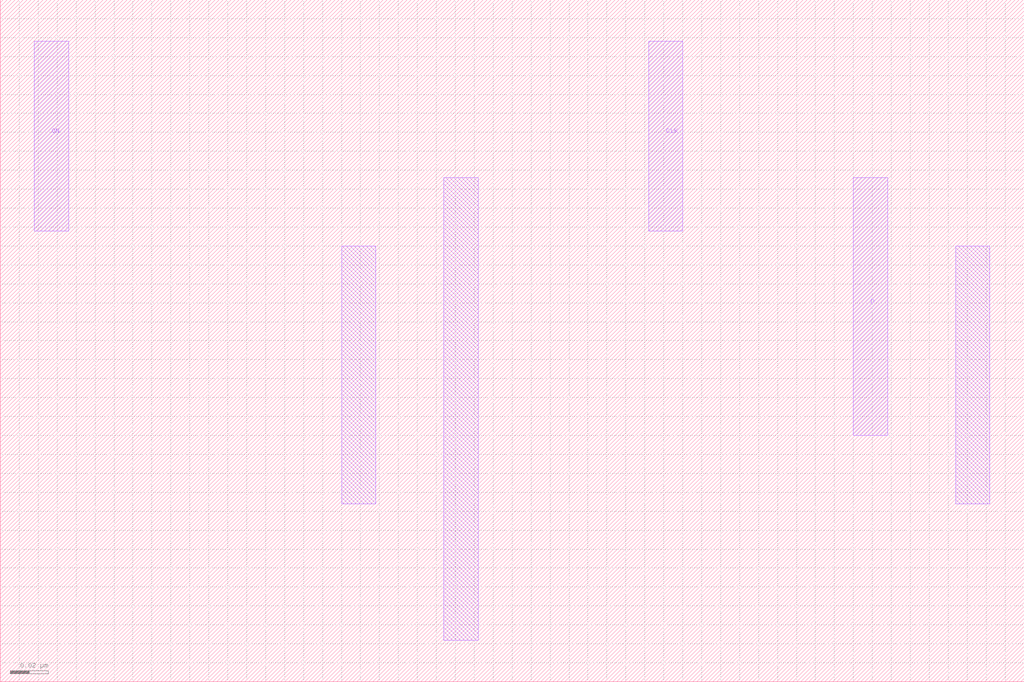
<source format=lef>
VERSION 5.7 ;
BUSBITCHARS "[]" ;
DIVIDERCHAR "/" ;

MACRO AND2x2
  CLASS CORE ;
  ORIGIN 0 0 ;
  FOREIGN AND2x2 0 0 ;
  SIZE 0.324 BY 0.18 ;
  SYMMETRY X Y ;
  SITE coreSite ;
  PIN A
    DIRECTION INPUT ;
    USE SIGNAL ;
    PORT
      LAYER M1 ;
        RECT 0.18 0.022 0.198 0.122 ;
    END
  END A
  PIN B
    DIRECTION INPUT ;
    USE SIGNAL ;
    PORT
      LAYER M1 ;
        RECT 0.234 0.058 0.252 0.158 ;
    END
  END B
  PIN Y
    DIRECTION OUTPUT ;
    USE SIGNAL ;
    PORT
      LAYER M1 ;
        RECT 0.072 0.058 0.09 0.158 ;
    END
  END Y
END AND2x2

MACRO AND3x1
  CLASS CORE ;
  ORIGIN 0 0 ;
  FOREIGN AND3x1 0 0 ;
  SIZE 0.324 BY 0.18 ;
  SYMMETRY X Y ;
  SITE coreSite ;
  PIN A
    DIRECTION INPUT ;
    USE SIGNAL ;
    PORT
      LAYER M1 ;
        RECT 0.234 0.058 0.252 0.158 ;
    END
  END A
  PIN B
    DIRECTION INPUT ;
    USE SIGNAL ;
    PORT
      LAYER M1 ;
        RECT 0.18 0.058 0.198 0.158 ;
    END
  END B
  PIN C
    DIRECTION INPUT ;
    USE SIGNAL ;
    PORT
      LAYER M1 ;
        RECT 0.126 0.022 0.144 0.122 ;
    END
  END C
  PIN Y
    DIRECTION OUTPUT ;
    USE SIGNAL ;
    PORT
      LAYER M1 ;
        RECT 0.018 0.058 0.036 0.158 ;
    END
  END Y
END AND3x1

MACRO AND3x2
  CLASS CORE ;
  ORIGIN 0 0 ;
  FOREIGN AND3x2 0 0 ;
  SIZE 0.378 BY 0.18 ;
  SYMMETRY X Y ;
  SITE coreSite ;
  PIN A
    DIRECTION INPUT ;
    USE SIGNAL ;
    PORT
      LAYER M1 ;
        RECT 0.288 0.022 0.306 0.122 ;
    END
  END A
  PIN B
    DIRECTION INPUT ;
    USE SIGNAL ;
    PORT
      LAYER M1 ;
        RECT 0.234 0.058 0.252 0.158 ;
    END
  END B
  PIN C
    DIRECTION INPUT ;
    USE SIGNAL ;
    PORT
      LAYER M1 ;
        RECT 0.18 0.058 0.198 0.158 ;
    END
  END C
  PIN Y
    DIRECTION OUTPUT ;
    USE SIGNAL ;
    PORT
      LAYER M1 ;
        RECT 0.126 0.058 0.144 0.158 ;
    END
  END Y
END AND3x2

MACRO AOI21x1
  CLASS CORE ;
  ORIGIN 0 0 ;
  FOREIGN AOI21x1 0 0 ;
  SIZE 0.27 BY 0.36 ;
  SYMMETRY X Y ;
  SITE coreSite ;
  PIN A1
    DIRECTION INPUT ;
    USE SIGNAL ;
    PORT
      LAYER M1 ;
        RECT 0.18 0.13 0.198 0.266 ;
    END
  END A1
  PIN A2
    DIRECTION INPUT ;
    USE SIGNAL ;
    PORT
      LAYER M1 ;
        RECT 0.126 0.022 0.144 0.122 ;
    END
  END A2
  PIN B
    DIRECTION INPUT ;
    USE SIGNAL ;
    PORT
      LAYER M1 ;
        RECT 0.072 0.022 0.09 0.122 ;
    END
  END B
  PIN Y
    DIRECTION OUTPUT ;
    USE SIGNAL ;
    PORT
      LAYER M1 ;
        RECT 0.126 0.238 0.144 0.338 ;
    END
  END Y
END AOI21x1

MACRO AOI22x1
  CLASS CORE ;
  ORIGIN 0 0 ;
  FOREIGN AOI22x1 0 0 ;
  SIZE 0.324 BY 0.36 ;
  SYMMETRY X Y ;
  SITE coreSite ;
  PIN A1
    DIRECTION INPUT ;
    USE SIGNAL ;
    PORT
      LAYER M1 ;
        RECT 0.234 0.238 0.252 0.338 ;
    END
  END A1
  PIN A2
    DIRECTION INPUT ;
    USE SIGNAL ;
    PORT
      LAYER M1 ;
        RECT 0.18 0.022 0.198 0.122 ;
    END
  END A2
  PIN B1
    DIRECTION INPUT ;
    USE SIGNAL ;
    PORT
      LAYER M1 ;
        RECT 0.072 0.058 0.09 0.158 ;
    END
  END B1
  PIN B2
    DIRECTION INPUT ;
    USE SIGNAL ;
    PORT
      LAYER M1 ;
        RECT 0.126 0.094 0.144 0.23 ;
    END
  END B2
  PIN Y
    DIRECTION OUTPUT ;
    USE SIGNAL ;
    PORT
      LAYER M1 ;
        RECT 0.18 0.202 0.198 0.338 ;
    END
  END Y
END AOI22x1

MACRO BUFx2
  CLASS CORE ;
  ORIGIN 0 0 ;
  FOREIGN BUFx2 0 0 ;
  SIZE 0.27 BY 0.18 ;
  SYMMETRY X Y ;
  SITE coreSite ;
  PIN A
    DIRECTION INPUT ;
    USE SIGNAL ;
    PORT
      LAYER M1 ;
        RECT 0.18 0.058 0.198 0.158 ;
    END
  END A
  PIN Y
    DIRECTION OUTPUT ;
    USE SIGNAL ;
    PORT
      LAYER M1 ;
        RECT 0.126 0.022 0.144 0.122 ;
    END
  END Y
END BUFx2

MACRO BUFx3
  CLASS CORE ;
  ORIGIN 0 0 ;
  FOREIGN BUFx3 0 0 ;
  SIZE 0.324 BY 0.18 ;
  SYMMETRY X Y ;
  SITE coreSite ;
  PIN A
    DIRECTION INPUT ;
    USE SIGNAL ;
    PORT
      LAYER M1 ;
        RECT 0.234 0.022 0.252 0.122 ;
    END
  END A
  PIN Y
    DIRECTION OUTPUT ;
    USE SIGNAL ;
    PORT
      LAYER M1 ;
        RECT 0.126 0.058 0.144 0.158 ;
    END
  END Y
END BUFx3

MACRO BUFx4
  CLASS CORE ;
  ORIGIN 0 0 ;
  FOREIGN BUFx4 0 0 ;
  SIZE 0.378 BY 0.18 ;
  SYMMETRY X Y ;
  SITE coreSite ;
  PIN A
    DIRECTION INPUT ;
    USE SIGNAL ;
    PORT
      LAYER M1 ;
        RECT 0.288 0.022 0.306 0.122 ;
    END
  END A
  PIN Y
    DIRECTION OUTPUT ;
    USE SIGNAL ;
    PORT
      LAYER M1 ;
        RECT 0.126 0.058 0.144 0.158 ;
    END
  END Y
END BUFx4

MACRO BUFx8
  CLASS CORE ;
  ORIGIN 0 0 ;
  FOREIGN BUFx8 0 0 ;
  SIZE 0.648 BY 0.18 ;
  SYMMETRY X Y ;
  SITE coreSite ;
  PIN A
    DIRECTION INPUT ;
    USE SIGNAL ;
    PORT
      LAYER M1 ;
        RECT 0.126 0.058 0.144 0.158 ;
    END
  END A
  PIN Y
    DIRECTION OUTPUT ;
    USE SIGNAL ;
    PORT
      LAYER M1 ;
        RECT 0.45 0.022 0.468 0.122 ;
    END
  END Y
END BUFx8

MACRO DFFHQNx1
  CLASS CORE ;
  ORIGIN 0 0 ;
  FOREIGN DFFHQNx1 0 0 ;
  SIZE 0.486 BY 0.36 ;
  SYMMETRY X Y ;
  SITE coreSite ;
  PIN CLK
    DIRECTION INPUT ;
    USE CLOCK ;
    PORT
      LAYER M1 ;
        RECT 0.126 0.202 0.144 0.302 ;
    END
  END CLK
  PIN D
    DIRECTION INPUT ;
    USE SIGNAL ;
    PORT
      LAYER M1 ;
        RECT 0.126 0.022 0.144 0.122 ;
    END
  END D
  PIN QN
    DIRECTION OUTPUT ;
    USE SIGNAL ;
    PORT
      LAYER M1 ;
        RECT 0.018 0.238 0.036 0.338 ;
    END
  END QN
  OBS
    LAYER M1 ;
      RECT 0.342 0.13 0.36 0.302 ;
      RECT 0.234 0.022 0.252 0.23 ;
  END
END DFFHQNx1

MACRO DFFHQNx2
  CLASS CORE ;
  ORIGIN 0 0 ;
  FOREIGN DFFHQNx2 0 0 ;
  SIZE 0.486 BY 0.36 ;
  SYMMETRY X Y ;
  SITE coreSite ;
  PIN CLK
    DIRECTION INPUT ;
    USE CLOCK ;
    PORT
      LAYER M1 ;
        RECT 0.126 0.022 0.144 0.122 ;
    END
  END CLK
  PIN D
    DIRECTION INPUT ;
    USE SIGNAL ;
    PORT
      LAYER M1 ;
        RECT 0.234 0.022 0.252 0.122 ;
    END
  END D
  PIN QN
    DIRECTION OUTPUT ;
    USE SIGNAL ;
    PORT
      LAYER M1 ;
        RECT 0.072 0.13 0.09 0.266 ;
    END
  END QN
  OBS
    LAYER M1 ;
      RECT 0.396 0.13 0.414 0.266 ;
      RECT 0.288 0.058 0.306 0.338 ;
      RECT 0.18 0.094 0.198 0.23 ;
  END
END DFFHQNx2

MACRO DFFHQNx3
  CLASS CORE ;
  ORIGIN 0 0 ;
  FOREIGN DFFHQNx3 0 0 ;
  SIZE 0.54 BY 0.36 ;
  SYMMETRY X Y ;
  SITE coreSite ;
  PIN CLK
    DIRECTION INPUT ;
    USE CLOCK ;
    PORT
      LAYER M1 ;
        RECT 0.342 0.238 0.36 0.338 ;
    END
  END CLK
  PIN D
    DIRECTION INPUT ;
    USE SIGNAL ;
    PORT
      LAYER M1 ;
        RECT 0.45 0.13 0.468 0.266 ;
    END
  END D
  PIN QN
    DIRECTION OUTPUT ;
    USE SIGNAL ;
    PORT
      LAYER M1 ;
        RECT 0.018 0.238 0.036 0.338 ;
    END
  END QN
  OBS
    LAYER M1 ;
      RECT 0.504 0.094 0.522 0.23 ;
      RECT 0.234 0.022 0.252 0.266 ;
      RECT 0.18 0.094 0.198 0.23 ;
  END
END DFFHQNx3

MACRO DHLx1
  CLASS CORE ;
  ORIGIN 0 0 ;
  FOREIGN DHLx1 0 0 ;
  SIZE 0.378 BY 0.36 ;
  SYMMETRY X Y ;
  SITE coreSite ;
  PIN CLK
    DIRECTION INPUT ;
    USE CLOCK ;
    PORT
      LAYER M1 ;
        RECT 0.126 0.202 0.144 0.302 ;
    END
  END CLK
  PIN D
    DIRECTION INPUT ;
    USE SIGNAL ;
    PORT
      LAYER M1 ;
        RECT 0.126 0.022 0.144 0.122 ;
    END
  END D
  PIN Q
    DIRECTION INPUT ;
    USE SIGNAL ;
    PORT
      LAYER M1 ;
        RECT 0.018 0.058 0.036 0.158 ;
    END
  END Q
  OBS
    LAYER M1 ;
      RECT 0.288 0.13 0.306 0.266 ;
      RECT 0.234 0.094 0.252 0.23 ;
      RECT 0.18 0.238 0.198 0.338 ;
      RECT 0.072 0.13 0.09 0.266 ;
  END
END DHLx1

MACRO DHLx2
  CLASS CORE ;
  ORIGIN 0 0 ;
  FOREIGN DHLx2 0 0 ;
  SIZE 0.378 BY 0.36 ;
  SYMMETRY X Y ;
  SITE coreSite ;
  PIN CLK
    DIRECTION INPUT ;
    USE CLOCK ;
    PORT
      LAYER M1 ;
        RECT 0.288 0.202 0.306 0.302 ;
    END
  END CLK
  PIN D
    DIRECTION INPUT ;
    USE SIGNAL ;
    PORT
      LAYER M1 ;
        RECT 0.126 0.058 0.144 0.158 ;
    END
  END D
  PIN Q
    DIRECTION INPUT ;
    USE SIGNAL ;
    PORT
      LAYER M1 ;
        RECT 0.072 0.238 0.09 0.338 ;
    END
  END Q
  OBS
    LAYER M1 ;
      RECT 0.342 0.13 0.36 0.266 ;
      RECT 0.234 0.094 0.252 0.23 ;
      RECT 0.18 0.13 0.198 0.266 ;
  END
END DHLx2

MACRO DHLx3
  CLASS CORE ;
  ORIGIN 0 0 ;
  FOREIGN DHLx3 0 0 ;
  SIZE 0.432 BY 0.36 ;
  SYMMETRY X Y ;
  SITE coreSite ;
  PIN CLK
    DIRECTION INPUT ;
    USE CLOCK ;
    PORT
      LAYER M1 ;
        RECT 0.234 0.238 0.252 0.338 ;
    END
  END CLK
  PIN D
    DIRECTION INPUT ;
    USE SIGNAL ;
    PORT
      LAYER M1 ;
        RECT 0.234 0.058 0.252 0.158 ;
    END
  END D
  PIN Q
    DIRECTION INPUT ;
    USE SIGNAL ;
    PORT
      LAYER M1 ;
        RECT 0.342 0.202 0.36 0.302 ;
    END
  END Q
  OBS
    LAYER M1 ;
      RECT 0.288 0.13 0.306 0.266 ;
      RECT 0.18 0.094 0.198 0.23 ;
  END
END DHLx3

MACRO FAx1
  CLASS CORE ;
  ORIGIN 0 0 ;
  FOREIGN FAx1 0 0 ;
  SIZE 0.432 BY 0.36 ;
  SYMMETRY X Y ;
  SITE coreSite ;
  PIN A
    DIRECTION INPUT ;
    USE SIGNAL ;
    PORT
      LAYER M1 ;
        RECT 0.072 0.094 0.09 0.302 ;
    END
  END A
  PIN B
    DIRECTION INPUT ;
    USE SIGNAL ;
    PORT
      LAYER M1 ;
        RECT 0.126 0.022 0.144 0.23 ;
    END
  END B
  PIN CI
    DIRECTION INPUT ;
    USE SIGNAL ;
    PORT
      LAYER M1 ;
        RECT 0.018 0.058 0.036 0.158 ;
    END
  END CI
  PIN CON
    DIRECTION INPUT ;
    USE SIGNAL ;
    PORT
      LAYER M1 ;
        RECT 0.18 0.094 0.198 0.266 ;
    END
  END CON
  PIN SN
    DIRECTION INPUT ;
    USE SIGNAL ;
    PORT
      LAYER M1 ;
        RECT 0.234 0.022 0.252 0.122 ;
    END
  END SN
  OBS
    LAYER M1 ;
      RECT 0.175 0.315 0.252 0.333 ;
      RECT 0.234 0.243 0.252 0.333 ;
      RECT 0.234 0.243 0.306 0.261 ;
      RECT 0.288 0.027 0.306 0.261 ;
      RECT 0.288 0.027 0.365 0.045 ;
      RECT 0.342 0.094 0.36 0.23 ;
  END
END FAx1

MACRO INVx1
  CLASS CORE ;
  ORIGIN 0 0 ;
  FOREIGN INVx1 0 0 ;
  SIZE 0.162 BY 0.18 ;
  SYMMETRY X Y ;
  SITE coreSite ;
  PIN A
    DIRECTION INPUT ;
    USE SIGNAL ;
    PORT
      LAYER M1 ;
        RECT 0.072 0.022 0.09 0.122 ;
    END
  END A
  PIN Y
    DIRECTION OUTPUT ;
    USE SIGNAL ;
    PORT
      LAYER M1 ;
        RECT 0.018 0.058 0.036 0.158 ;
    END
  END Y
END INVx1

MACRO INVx2
  CLASS CORE ;
  ORIGIN 0 0 ;
  FOREIGN INVx2 0 0 ;
  SIZE 0.216 BY 0.18 ;
  SYMMETRY X Y ;
  SITE coreSite ;
  PIN A
    DIRECTION INPUT ;
    USE SIGNAL ;
    PORT
      LAYER M1 ;
        RECT 0.126 0.058 0.144 0.158 ;
    END
  END A
  PIN Y
    DIRECTION OUTPUT ;
    USE SIGNAL ;
    PORT
      LAYER M1 ;
        RECT 0.072 0.022 0.09 0.122 ;
    END
  END Y
END INVx2

MACRO INVx4
  CLASS CORE ;
  ORIGIN 0 0 ;
  FOREIGN INVx4 0 0 ;
  SIZE 0.324 BY 0.18 ;
  SYMMETRY X Y ;
  SITE coreSite ;
  PIN A
    DIRECTION INPUT ;
    USE SIGNAL ;
    PORT
      LAYER M1 ;
        RECT 0.234 0.058 0.252 0.158 ;
    END
  END A
  PIN Y
    DIRECTION OUTPUT ;
    USE SIGNAL ;
    PORT
      LAYER M1 ;
        RECT 0.072 0.022 0.09 0.122 ;
    END
  END Y
END INVx4

MACRO INVx8
  CLASS CORE ;
  ORIGIN 0 0 ;
  FOREIGN INVx8 0 0 ;
  SIZE 0.54 BY 0.18 ;
  SYMMETRY X Y ;
  SITE coreSite ;
  PIN A
    DIRECTION INPUT ;
    USE SIGNAL ;
    PORT
      LAYER M1 ;
        RECT 0.45 0.058 0.468 0.158 ;
    END
  END A
  PIN Y
    DIRECTION OUTPUT ;
    USE SIGNAL ;
    PORT
      LAYER M1 ;
        RECT 0.072 0.022 0.09 0.122 ;
    END
  END Y
END INVx8

MACRO NAND2x1
  CLASS CORE ;
  ORIGIN 0 0 ;
  FOREIGN NAND2x1 0 0 ;
  SIZE 0.216 BY 0.36 ;
  SYMMETRY X Y ;
  SITE coreSite ;
  PIN A
    DIRECTION INPUT ;
    USE SIGNAL ;
    PORT
      LAYER M1 ;
        RECT 0.126 0.202 0.144 0.302 ;
    END
  END A
  PIN B
    DIRECTION INPUT ;
    USE SIGNAL ;
    PORT
      LAYER M1 ;
        RECT 0.072 0.238 0.09 0.338 ;
    END
  END B
  PIN Y
    DIRECTION OUTPUT ;
    USE SIGNAL ;
    PORT
      LAYER M1 ;
        RECT 0.018 0.094 0.036 0.23 ;
    END
  END Y
END NAND2x1

MACRO NAND2x2
  CLASS CORE ;
  ORIGIN 0 0 ;
  FOREIGN NAND2x2 0 0 ;
  SIZE 0.324 BY 0.36 ;
  SYMMETRY X Y ;
  SITE coreSite ;
  PIN A
    DIRECTION INPUT ;
    USE SIGNAL ;
    PORT
      LAYER M1 ;
        RECT 0.234 0.022 0.252 0.122 ;
    END
  END A
  PIN B
    DIRECTION INPUT ;
    USE SIGNAL ;
    PORT
      LAYER M1 ;
        RECT 0.072 0.238 0.09 0.338 ;
    END
  END B
  PIN Y
    DIRECTION OUTPUT ;
    USE SIGNAL ;
    PORT
      LAYER M1 ;
        RECT 0.018 0.13 0.036 0.266 ;
    END
  END Y
END NAND2x2

MACRO NAND3x1
  CLASS CORE ;
  ORIGIN 0 0 ;
  FOREIGN NAND3x1 0 0 ;
  SIZE 0.594 BY 0.18 ;
  SYMMETRY X Y ;
  SITE coreSite ;
  PIN A
    DIRECTION INPUT ;
    USE SIGNAL ;
    PORT
      LAYER M1 ;
        RECT 0.072 0.058 0.09 0.158 ;
    END
  END A
  PIN B
    DIRECTION INPUT ;
    USE SIGNAL ;
    PORT
      LAYER M1 ;
        RECT 0.45 0.022 0.468 0.122 ;
    END
  END B
  PIN C
    DIRECTION INPUT ;
    USE SIGNAL ;
    PORT
      LAYER M1 ;
        RECT 0.396 0.022 0.414 0.122 ;
    END
  END C
  PIN Y
    DIRECTION OUTPUT ;
    USE SIGNAL ;
    PORT
      LAYER M1 ;
        RECT 0.504 0.058 0.522 0.158 ;
    END
  END Y
END NAND3x1

MACRO NAND3x2
  CLASS CORE ;
  ORIGIN 0 0 ;
  FOREIGN NAND3x2 0 0 ;
  SIZE 1.08 BY 0.18 ;
  SYMMETRY X Y ;
  SITE coreSite ;
  PIN A
    DIRECTION INPUT ;
    USE SIGNAL ;
    PORT
      LAYER M2 ;
        RECT 0.661 0.027 0.797 0.045 ;
      LAYER M1 ;
        RECT 0.774 0.022 0.792 0.122 ;
        RECT 0.666 0.022 0.684 0.086 ;
      LAYER V1 ;
        RECT 0.666 0.027 0.684 0.045 ;
        RECT 0.774 0.027 0.792 0.045 ;
    END
  END A
  PIN B
    DIRECTION INPUT ;
    USE SIGNAL ;
    PORT
      LAYER M1 ;
        RECT 0.018 0.022 0.036 0.122 ;
    END
  END B
  PIN C
    DIRECTION INPUT ;
    USE SIGNAL ;
    PORT
      LAYER M1 ;
        RECT 0.99 0.022 1.008 0.122 ;
    END
  END C
  PIN Y
    DIRECTION OUTPUT ;
    USE SIGNAL ;
    PORT
      LAYER M1 ;
        RECT 0.936 0.058 0.954 0.158 ;
    END
  END Y
  OBS
    LAYER M1 ;
      RECT 0.612 0.135 0.743 0.153 ;
      RECT 0.612 0.099 0.63 0.153 ;
      RECT 0.396 0.099 0.63 0.117 ;
      RECT 0.396 0.063 0.414 0.117 ;
      RECT 0.288 0.063 0.414 0.081 ;
      RECT 0.288 0.022 0.306 0.081 ;
  END
END NAND3x2

MACRO NOR2x2
  CLASS CORE ;
  ORIGIN 0 0 ;
  FOREIGN NOR2x2 0 0 ;
  SIZE 0.324 BY 0.36 ;
  SYMMETRY X Y ;
  SITE coreSite ;
  PIN A
    DIRECTION INPUT ;
    USE SIGNAL ;
    PORT
      LAYER M1 ;
        RECT 0.072 0.022 0.09 0.122 ;
    END
  END A
  PIN B
    DIRECTION INPUT ;
    USE SIGNAL ;
    PORT
      LAYER M1 ;
        RECT 0.18 0.094 0.198 0.266 ;
    END
  END B
  PIN Y
    DIRECTION OUTPUT ;
    USE SIGNAL ;
    PORT
      LAYER M1 ;
        RECT 0.234 0.238 0.252 0.338 ;
    END
  END Y
END NOR2x2

MACRO NOR3x1
  CLASS CORE ;
  ORIGIN 0 0 ;
  FOREIGN NOR3x1 0 0 ;
  SIZE 0.594 BY 0.18 ;
  SYMMETRY X Y ;
  SITE coreSite ;
  PIN A
    DIRECTION INPUT ;
    USE SIGNAL ;
    PORT
      LAYER M1 ;
        RECT 0.504 0.058 0.522 0.158 ;
    END
  END A
  PIN B
    DIRECTION INPUT ;
    USE SIGNAL ;
    PORT
      LAYER M1 ;
        RECT 0.342 0.058 0.36 0.158 ;
    END
  END B
  PIN C
    DIRECTION INPUT ;
    USE SIGNAL ;
    PORT
      LAYER M1 ;
        RECT 0.072 0.058 0.09 0.158 ;
    END
  END C
  PIN Y
    DIRECTION OUTPUT ;
    USE SIGNAL ;
    PORT
      LAYER M2 ;
        RECT 0.229 0.063 0.419 0.081 ;
      LAYER M1 ;
        RECT 0.396 0.022 0.414 0.122 ;
        RECT 0.234 0.022 0.252 0.086 ;
      LAYER V1 ;
        RECT 0.234 0.063 0.252 0.081 ;
        RECT 0.396 0.063 0.414 0.081 ;
    END
  END Y
  OBS
    LAYER M1 ;
      RECT 0.18 0.135 0.306 0.153 ;
      RECT 0.288 0.022 0.306 0.153 ;
      RECT 0.18 0.094 0.198 0.153 ;
  END
END NOR3x1

MACRO NOR3x2
  CLASS CORE ;
  ORIGIN 0 0 ;
  FOREIGN NOR3x2 0 0 ;
  SIZE 1.08 BY 0.18 ;
  SYMMETRY X Y ;
  SITE coreSite ;
  PIN A
    DIRECTION INPUT ;
    USE SIGNAL ;
    PORT
      LAYER M1 ;
        RECT 0.99 0.058 1.008 0.158 ;
    END
  END A
  PIN B
    DIRECTION INPUT ;
    USE SIGNAL ;
    PORT
      LAYER M2 ;
        RECT 0.661 0.135 0.959 0.153 ;
      LAYER M1 ;
        RECT 0.936 0.094 0.954 0.158 ;
        RECT 0.666 0.022 0.684 0.158 ;
      LAYER V1 ;
        RECT 0.666 0.135 0.684 0.153 ;
        RECT 0.936 0.135 0.954 0.153 ;
    END
  END B
  PIN C
    DIRECTION INPUT ;
    USE SIGNAL ;
    PORT
      LAYER M2 ;
        RECT 0.499 0.135 0.581 0.153 ;
      LAYER M1 ;
        RECT 0.558 0.094 0.576 0.158 ;
        RECT 0.504 0.094 0.522 0.158 ;
      LAYER V1 ;
        RECT 0.504 0.135 0.522 0.153 ;
        RECT 0.558 0.135 0.576 0.153 ;
    END
  END C
  PIN Y
    DIRECTION OUTPUT ;
    USE SIGNAL ;
    PORT
      LAYER M2 ;
        RECT 0.445 0.099 0.743 0.117 ;
      LAYER M1 ;
        RECT 0.72 0.022 0.738 0.122 ;
        RECT 0.45 0.094 0.468 0.158 ;
      LAYER V1 ;
        RECT 0.45 0.099 0.468 0.117 ;
        RECT 0.72 0.099 0.738 0.117 ;
    END
  END Y
  OBS
    LAYER M1 ;
      RECT 0.612 0.027 0.63 0.122 ;
      RECT 0.288 0.027 0.306 0.122 ;
      RECT 0.288 0.027 0.63 0.045 ;
      RECT 0.882 0.058 0.9 0.158 ;
  END
END NOR3x2

MACRO OAI21x1
  CLASS CORE ;
  ORIGIN 0 0 ;
  FOREIGN OAI21x1 0 0 ;
  SIZE 0.27 BY 0.36 ;
  SYMMETRY X Y ;
  SITE coreSite ;
  PIN A1
    DIRECTION INPUT ;
    USE SIGNAL ;
    PORT
      LAYER M1 ;
        RECT 0.18 0.238 0.198 0.338 ;
    END
  END A1
  PIN A2
    DIRECTION INPUT ;
    USE SIGNAL ;
    PORT
      LAYER M1 ;
        RECT 0.126 0.202 0.144 0.302 ;
    END
  END A2
  PIN B
    DIRECTION INPUT ;
    USE SIGNAL ;
    PORT
      LAYER M1 ;
        RECT 0.018 0.238 0.036 0.338 ;
    END
  END B
  PIN Y
    DIRECTION OUTPUT ;
    USE SIGNAL ;
    PORT
      LAYER M1 ;
        RECT 0.072 0.022 0.09 0.23 ;
    END
  END Y
END OAI21x1

MACRO OAI22x1
  CLASS CORE ;
  ORIGIN 0 0 ;
  FOREIGN OAI22x1 0 0 ;
  SIZE 0.324 BY 0.36 ;
  SYMMETRY X Y ;
  SITE coreSite ;
  PIN A1
    DIRECTION INPUT ;
    USE SIGNAL ;
    PORT
      LAYER M1 ;
        RECT 0.072 0.238 0.09 0.338 ;
    END
  END A1
  PIN A2
    DIRECTION INPUT ;
    USE SIGNAL ;
    PORT
      LAYER M1 ;
        RECT 0.126 0.238 0.144 0.338 ;
    END
  END A2
  PIN B1
    DIRECTION INPUT ;
    USE SIGNAL ;
    PORT
      LAYER M1 ;
        RECT 0.234 0.202 0.252 0.302 ;
    END
  END B1
  PIN B2
    DIRECTION INPUT ;
    USE SIGNAL ;
    PORT
      LAYER M1 ;
        RECT 0.126 0.022 0.144 0.122 ;
    END
  END B2
  PIN Y
    DIRECTION OUTPUT ;
    USE SIGNAL ;
    PORT
      LAYER M1 ;
        RECT 0.18 0.022 0.198 0.23 ;
    END
  END Y
END OAI22x1

MACRO OR2x2
  CLASS CORE ;
  ORIGIN 0 0 ;
  FOREIGN OR2x2 0 0 ;
  SIZE 0.324 BY 0.18 ;
  SYMMETRY X Y ;
  SITE coreSite ;
  PIN A
    DIRECTION INPUT ;
    USE SIGNAL ;
    PORT
      LAYER M1 ;
        RECT 0.18 0.022 0.198 0.122 ;
    END
  END A
  PIN B
    DIRECTION INPUT ;
    USE SIGNAL ;
    PORT
      LAYER M1 ;
        RECT 0.234 0.058 0.252 0.158 ;
    END
  END B
  PIN Y
    DIRECTION OUTPUT ;
    USE SIGNAL ;
    PORT
      LAYER M1 ;
        RECT 0.072 0.058 0.09 0.158 ;
    END
  END Y
END OR2x2

MACRO OR3x1
  CLASS CORE ;
  ORIGIN 0 0 ;
  FOREIGN OR3x1 0 0 ;
  SIZE 0.324 BY 0.18 ;
  SYMMETRY X Y ;
  SITE coreSite ;
  PIN A
    DIRECTION INPUT ;
    USE SIGNAL ;
    PORT
      LAYER M1 ;
        RECT 0.234 0.022 0.252 0.122 ;
    END
  END A
  PIN B
    DIRECTION INPUT ;
    USE SIGNAL ;
    PORT
      LAYER M1 ;
        RECT 0.18 0.022 0.198 0.122 ;
    END
  END B
  PIN C
    DIRECTION INPUT ;
    USE SIGNAL ;
    PORT
      LAYER M1 ;
        RECT 0.126 0.058 0.144 0.158 ;
    END
  END C
  PIN Y
    DIRECTION OUTPUT ;
    USE SIGNAL ;
    PORT
      LAYER M1 ;
        RECT 0.072 0.058 0.09 0.158 ;
    END
  END Y
END OR3x1

MACRO OR3x2
  CLASS CORE ;
  ORIGIN 0 0 ;
  FOREIGN OR3x2 0 0 ;
  SIZE 0.378 BY 0.18 ;
  SYMMETRY X Y ;
  SITE coreSite ;
  PIN A
    DIRECTION INPUT ;
    USE SIGNAL ;
    PORT
      LAYER M1 ;
        RECT 0.288 0.022 0.306 0.122 ;
    END
  END A
  PIN B
    DIRECTION INPUT ;
    USE SIGNAL ;
    PORT
      LAYER M1 ;
        RECT 0.234 0.058 0.252 0.158 ;
    END
  END B
  PIN C
    DIRECTION INPUT ;
    USE SIGNAL ;
    PORT
      LAYER M1 ;
        RECT 0.18 0.022 0.198 0.122 ;
    END
  END C
  PIN Y
    DIRECTION OUTPUT ;
    USE SIGNAL ;
    PORT
      LAYER M1 ;
        RECT 0.126 0.058 0.144 0.158 ;
    END
  END Y
END OR3x2

MACRO XNOR2x1
  CLASS CORE ;
  ORIGIN 0 0 ;
  FOREIGN XNOR2x1 0 0 ;
  SIZE 0.324 BY 0.36 ;
  SYMMETRY X Y ;
  SITE coreSite ;
  PIN A
    DIRECTION INPUT ;
    USE SIGNAL ;
    PORT
      LAYER M1 ;
        RECT 0.126 0.058 0.144 0.158 ;
    END
  END A
  PIN B
    DIRECTION INPUT ;
    USE SIGNAL ;
    PORT
      LAYER M1 ;
        RECT 0.18 0.094 0.198 0.266 ;
    END
  END B
  PIN Y
    DIRECTION OUTPUT ;
    USE SIGNAL ;
    PORT
      LAYER M1 ;
        RECT 0.018 0.202 0.036 0.302 ;
    END
  END Y
  OBS
    LAYER M1 ;
      RECT 0.234 0.022 0.252 0.338 ;
      RECT 0.072 0.13 0.09 0.266 ;
  END
END XNOR2x1

MACRO XOR2x1
  CLASS CORE ;
  ORIGIN 0 0 ;
  FOREIGN XOR2x1 0 0 ;
  SIZE 0.324 BY 0.36 ;
  SYMMETRY X Y ;
  SITE coreSite ;
  PIN A
    DIRECTION INPUT ;
    USE SIGNAL ;
    PORT
      LAYER M1 ;
        RECT 0.126 0.058 0.144 0.158 ;
    END
  END A
  PIN B
    DIRECTION INPUT ;
    USE SIGNAL ;
    PORT
      LAYER M1 ;
        RECT 0.234 0.094 0.252 0.23 ;
    END
  END B
  PIN Y
    DIRECTION OUTPUT ;
    USE SIGNAL ;
    PORT
      LAYER M1 ;
        RECT 0.018 0.238 0.036 0.338 ;
    END
  END Y
  OBS
    LAYER M1 ;
      RECT 0.18 0.13 0.198 0.266 ;
      RECT 0.072 0.13 0.09 0.302 ;
  END
END XOR2x1

END LIBRARY

</source>
